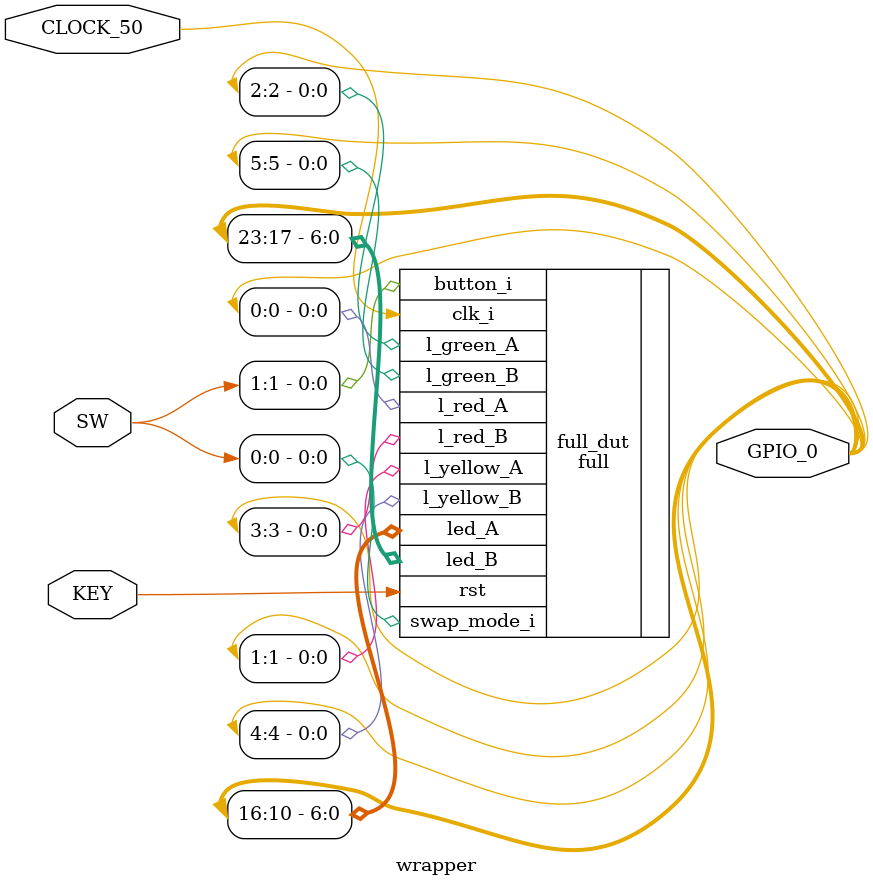
<source format=sv>
module wrapper (
    input logic CLOCK_50,
    input logic  [0:0]KEY,
    input logic  [1:0] SW,
    output logic [23:0] GPIO_0
	 
); 
full full_dut(
    .clk_i(CLOCK_50),
    .rst(KEY[0]),
    .swap_mode_i(SW[0]),
    .button_i(SW[1]),
    .l_red_A(GPIO_0[0]),
	.l_yellow_A(GPIO_0[1]),
	.l_green_A(GPIO_0[2]),
	.l_red_B(GPIO_0[3]),
	.l_yellow_B(GPIO_0[4]),
	.l_green_B(GPIO_0[5]),
    .led_A(GPIO_0[16:10]),
    .led_B(GPIO_0[23:17])
); 
endmodule
</source>
